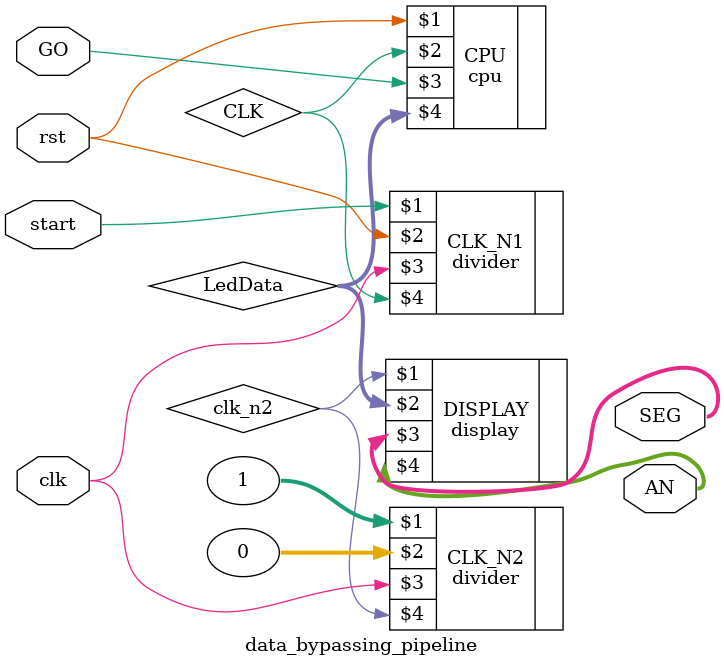
<source format=v>
module data_bypassing_pipeline(start, rst, clk, GO, SEG, AN);
    input start, rst, clk, GO;
    output[7:0] SEG;
    output[7:0] AN;
    wire CLK;
    wire clk_n2;
    parameter WIDTH = 32;
    
    wire [WIDTH-1:0] LedData;
    
    divider #(.N(5_000_000)) CLK_N1(start, rst, clk, CLK);
    divider #(.N(100_000)) CLK_N2(1, 0, clk, clk_n2);
    cpu #(.WIDTH(WIDTH)) CPU(rst, CLK, GO, LedData);
    display #(.WIDTH(WIDTH)) DISPLAY(clk_n2, LedData, SEG, AN);
    
endmodule
</source>
